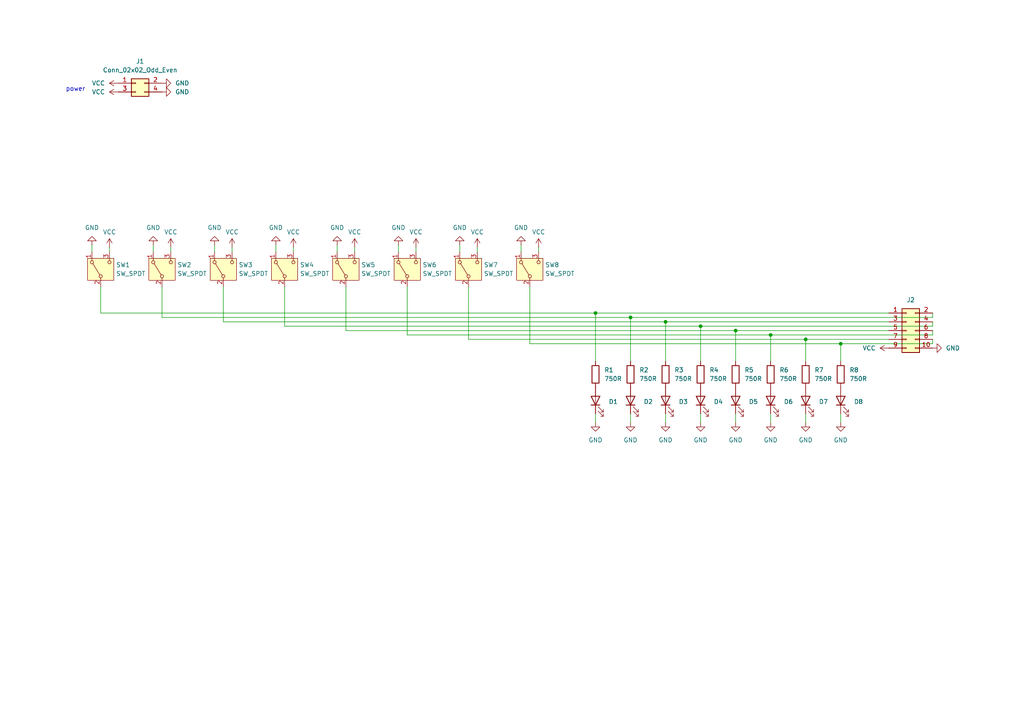
<source format=kicad_sch>
(kicad_sch (version 20230121) (generator eeschema)
  (paper "A4")
  (lib_symbols
    (symbol "Connector_Generic:Conn_02x02_Odd_Even" (pin_names (offset 1.016) hide)
      (property "Reference" "J" (at 1.27 2.54 0))
      (property "Value" "Conn_02x02_Odd_Even" (at 1.27 -5.08 0))
      (symbol "Conn_02x02_Odd_Even_1_1"
        (rectangle (start -1.27 -2.413) (end 0 -2.667) (stroke (width 0.1524)))
        (rectangle (start -1.27 0.127) (end 0 -0.127) (stroke (width 0.1524)))
        (rectangle (start -1.27 1.27) (end 3.81 -3.81) (stroke (width 0.254)) (fill (type background)))
        (rectangle (start 3.81 -2.413) (end 2.54 -2.667) (stroke (width 0.1524)))
        (rectangle (start 3.81 0.127) (end 2.54 -0.127) (stroke (width 0.1524)))
        (pin passive line (at -5.08 0 0) (length 3.81) (name "Pin_1") (number "1"))
        (pin passive line (at 7.62 0 180) (length 3.81) (name "Pin_2") (number "2"))
        (pin passive line (at -5.08 -2.54 0) (length 3.81) (name "Pin_3") (number "3"))
        (pin passive line (at 7.62 -2.54 180) (length 3.81) (name "Pin_4") (number "4"))
      )
    )
    (symbol "Connector_Generic:Conn_02x05_Odd_Even" (pin_names (offset 1.016) hide)
      (property "Reference" "J" (at 1.27 7.62 0))
      (property "Value" "Conn_02x05_Odd_Even" (at 1.27 -7.62 0))
      (symbol "Conn_02x05_Odd_Even_1_1"
        (rectangle (start -1.27 -4.953) (end 0 -5.207) (stroke (width 0.1524)))
        (rectangle (start -1.27 -2.413) (end 0 -2.667) (stroke (width 0.1524)))
        (rectangle (start -1.27 0.127) (end 0 -0.127) (stroke (width 0.1524)))
        (rectangle (start -1.27 2.667) (end 0 2.413) (stroke (width 0.1524)))
        (rectangle (start -1.27 5.207) (end 0 4.953) (stroke (width 0.1524)))
        (rectangle (start -1.27 6.35) (end 3.81 -6.35) (stroke (width 0.254)) (fill (type background)))
        (rectangle (start 3.81 -4.953) (end 2.54 -5.207) (stroke (width 0.1524)))
        (rectangle (start 3.81 -2.413) (end 2.54 -2.667) (stroke (width 0.1524)))
        (rectangle (start 3.81 0.127) (end 2.54 -0.127) (stroke (width 0.1524)))
        (rectangle (start 3.81 2.667) (end 2.54 2.413) (stroke (width 0.1524)))
        (rectangle (start 3.81 5.207) (end 2.54 4.953) (stroke (width 0.1524)))
        (pin passive line (at -5.08 5.08 0) (length 3.81) (name "Pin_1") (number "1"))
        (pin passive line (at 7.62 -5.08 180) (length 3.81) (name "Pin_10") (number "10"))
        (pin passive line (at 7.62 5.08 180) (length 3.81) (name "Pin_2") (number "2"))
        (pin passive line (at -5.08 2.54 0) (length 3.81) (name "Pin_3") (number "3"))
        (pin passive line (at 7.62 2.54 180) (length 3.81) (name "Pin_4") (number "4"))
        (pin passive line (at -5.08 0 0) (length 3.81) (name "Pin_5") (number "5"))
        (pin passive line (at 7.62 0 180) (length 3.81) (name "Pin_6") (number "6"))
        (pin passive line (at -5.08 -2.54 0) (length 3.81) (name "Pin_7") (number "7"))
        (pin passive line (at 7.62 -2.54 180) (length 3.81) (name "Pin_8") (number "8"))
        (pin passive line (at -5.08 -5.08 0) (length 3.81) (name "Pin_9") (number "9"))
      )
    )
    (symbol "Device:LED" (pin_numbers hide) (pin_names (offset 1.016) hide)
      (property "Reference" "D" (at 0 2.54 0))
      (property "Value" "LED" (at 0 -2.54 0))
      (symbol "LED_0_1"
        (polyline (pts (xy -1.27 -1.27) (xy -1.27 1.27)) (stroke (width 0.254)))
        (polyline (pts (xy -1.27 0) (xy 1.27 0)))
        (polyline (pts (xy 1.27 -1.27) (xy 1.27 1.27) (xy -1.27 0) (xy 1.27 -1.27)) (stroke (width 0.254)))
        (polyline (pts (xy -3.048 -0.762) (xy -4.572 -2.286) (xy -3.81 -2.286) (xy -4.572 -2.286) (xy -4.572 -1.524)))
        (polyline (pts (xy -1.778 -0.762) (xy -3.302 -2.286) (xy -2.54 -2.286) (xy -3.302 -2.286) (xy -3.302 -1.524)))
      )
      (symbol "LED_1_1"
        (pin passive line (at -3.81 0 0) (length 2.54) (name "K") (number "1"))
        (pin passive line (at 3.81 0 180) (length 2.54) (name "A") (number "2"))
      )
    )
    (symbol "Device:R" (pin_numbers hide) (pin_names (offset 0))
      (property "Reference" "R" (at 2.032 0 90))
      (property "Value" "R" (at 0 0 90))
      (symbol "R_0_1"
        (rectangle (start -1.016 -2.54) (end 1.016 2.54) (stroke (width 0.254)))
      )
      (symbol "R_1_1"
        (pin passive line (at 0 3.81 270) (length 1.27) (name "~") (number "1"))
        (pin passive line (at 0 -3.81 90) (length 1.27) (name "~") (number "2"))
      )
    )
    (symbol "Switch:SW_SPDT" (pin_names (offset 0) hide)
      (property "Reference" "SW" (at 0 5.08 0))
      (property "Value" "SW_SPDT" (at 0 -5.08 0))
      (symbol "SW_SPDT_0_1"
        (circle (center -2.032 0) (radius 0.4572))
        (polyline (pts (xy -1.651 0.254) (xy 1.651 2.286)))
        (circle (center 2.032 -2.54) (radius 0.4572))
        (circle (center 2.032 2.54) (radius 0.4572))
      )
      (symbol "SW_SPDT_1_1"
        (rectangle (start -3.175 3.81) (end 3.175 -3.81) (fill (type background)))
        (pin passive line (at 5.08 2.54 180) (length 2.54) (name "A") (number "1"))
        (pin passive line (at -5.08 0 0) (length 2.54) (name "B") (number "2"))
        (pin passive line (at 5.08 -2.54 180) (length 2.54) (name "C") (number "3"))
      )
    )
    (symbol "power:GND" (power) (pin_names (offset 0))
      (property "Value" "GND" (at 0 -3.81 0))
      (symbol "GND_0_1"
        (polyline (pts (xy 0 0) (xy 0 -1.27) (xy 1.27 -1.27) (xy 0 -2.54) (xy -1.27 -1.27) (xy 0 -1.27)))
      )
      (symbol "GND_1_1"
        (pin power_in line (at 0 0 270) (length 0) hide (name "GND") (number "1"))
      )
    )
    (symbol "power:VCC" (power) (pin_names (offset 0))
      (property "Value" "VCC" (at 0 3.81 0))
      (symbol "VCC_0_1"
        (polyline (pts (xy -0.762 1.27) (xy 0 2.54)))
        (polyline (pts (xy 0 0) (xy 0 2.54)))
        (polyline (pts (xy 0 2.54) (xy 0.762 1.27)))
      )
      (symbol "VCC_1_1"
        (pin power_in line (at 0 0 90) (length 0) hide (name "VCC") (number "1"))
      )
    )
  )
  (junction (at 233.68 98.425))
  (junction (at 213.36 95.885))
  (junction (at 172.72 90.805))
  (junction (at 243.84 99.695))
  (junction (at 203.2 94.615))
  (junction (at 223.52 97.155))
  (junction (at 182.88 92.075))
  (junction (at 193.04 93.345))
  (wire (pts (xy 82.55 94.615) (xy 203.2 94.615)))
  (wire (pts (xy 203.2 94.615) (xy 270.51 94.615)))
  (wire (pts (xy 270.51 94.615) (xy 270.51 93.345)))
  (wire (pts (xy 151.13 71.12) (xy 151.13 73.025)))
  (wire (pts (xy 62.23 71.12) (xy 62.23 73.025)))
  (wire (pts (xy 29.21 83.185) (xy 29.21 90.805)))
  (wire (pts (xy 118.11 97.155) (xy 223.52 97.155)))
  (wire (pts (xy 213.36 95.885) (xy 213.36 104.775)))
  (wire (pts (xy 67.31 71.755) (xy 67.31 73.025)))
  (wire (pts (xy 223.52 97.155) (xy 270.51 97.155)))
  (wire (pts (xy 46.99 92.075) (xy 182.88 92.075)))
  (wire (pts (xy 135.89 98.425) (xy 233.68 98.425)))
  (wire (pts (xy 270.51 92.075) (xy 270.51 90.805)))
  (wire (pts (xy 203.2 94.615) (xy 203.2 104.775)))
  (wire (pts (xy 153.67 83.185) (xy 153.67 99.695)))
  (wire (pts (xy 44.45 71.12) (xy 44.45 73.025)))
  (wire (pts (xy 133.35 71.12) (xy 133.35 73.025)))
  (wire (pts (xy 102.87 71.755) (xy 102.87 73.025)))
  (wire (pts (xy 172.72 90.805) (xy 172.72 104.775)))
  (wire (pts (xy 29.21 90.805) (xy 172.72 90.805)))
  (wire (pts (xy 49.53 71.755) (xy 49.53 73.025)))
  (wire (pts (xy 135.89 83.185) (xy 135.89 98.425)))
  (wire (pts (xy 64.77 83.185) (xy 64.77 93.345)))
  (wire (pts (xy 82.55 83.185) (xy 82.55 94.615)))
  (wire (pts (xy 270.51 97.155) (xy 270.51 95.885)))
  (wire (pts (xy 213.36 120.015) (xy 213.36 122.555)))
  (wire (pts (xy 233.68 98.425) (xy 257.81 98.425)))
  (wire (pts (xy 153.67 99.695) (xy 243.84 99.695)))
  (wire (pts (xy 243.84 99.695) (xy 270.51 99.695)))
  (wire (pts (xy 233.68 120.015) (xy 233.68 122.555)))
  (wire (pts (xy 31.75 71.755) (xy 31.75 73.025)))
  (wire (pts (xy 182.88 92.075) (xy 182.88 104.775)))
  (wire (pts (xy 172.72 120.015) (xy 172.72 122.555)))
  (wire (pts (xy 223.52 120.015) (xy 223.52 122.555)))
  (wire (pts (xy 193.04 93.345) (xy 257.81 93.345)))
  (wire (pts (xy 243.84 120.015) (xy 243.84 122.555)))
  (wire (pts (xy 270.51 99.695) (xy 270.51 98.425)))
  (wire (pts (xy 80.01 71.12) (xy 80.01 73.025)))
  (wire (pts (xy 203.2 120.015) (xy 203.2 122.555)))
  (wire (pts (xy 120.65 71.755) (xy 120.65 73.025)))
  (wire (pts (xy 156.21 71.755) (xy 156.21 73.025)))
  (wire (pts (xy 100.33 95.885) (xy 213.36 95.885)))
  (wire (pts (xy 172.72 90.805) (xy 257.81 90.805)))
  (wire (pts (xy 118.11 83.185) (xy 118.11 97.155)))
  (wire (pts (xy 85.09 71.755) (xy 85.09 73.025)))
  (wire (pts (xy 243.84 99.695) (xy 243.84 104.775)))
  (wire (pts (xy 213.36 95.885) (xy 257.81 95.885)))
  (wire (pts (xy 223.52 97.155) (xy 223.52 104.775)))
  (wire (pts (xy 193.04 93.345) (xy 193.04 104.775)))
  (wire (pts (xy 233.68 98.425) (xy 233.68 104.775)))
  (wire (pts (xy 182.88 92.075) (xy 270.51 92.075)))
  (wire (pts (xy 115.57 71.12) (xy 115.57 73.025)))
  (wire (pts (xy 97.79 71.12) (xy 97.79 73.025)))
  (wire (pts (xy 26.67 71.12) (xy 26.67 73.025)))
  (wire (pts (xy 182.88 120.015) (xy 182.88 122.555)))
  (wire (pts (xy 64.77 93.345) (xy 193.04 93.345)))
  (wire (pts (xy 100.33 83.185) (xy 100.33 95.885)))
  (wire (pts (xy 138.43 71.755) (xy 138.43 73.025)))
  (wire (pts (xy 46.99 83.185) (xy 46.99 92.075)))
  (wire (pts (xy 193.04 120.015) (xy 193.04 122.555)))
  (text "power" (at 19.05 26.67 0) (effects (font (size 1.27 1.27)) (justify left bottom)))
  (symbol (lib_id "Switch:SW_SPDT") (at 118.11 78.105 90) (unit 1)
    (property "Reference" "SW6" (at 122.555 76.835 90) (effects (justify right)))
    (property "Value" "SW_SPDT" (at 122.555 79.375 90) (effects (justify right)))
    (property "Footprint" "cit-switch:AST_BST_13SNCQ_SPDT_ON_OFF_ON" (effects hide))
  )
  (symbol (lib_id "power:GND") (at 44.45 71.12 180) (unit 1)
    (property "Reference" "#PWR025" (effects hide))
    (property "Value" "GND" (at 44.45 66.04 0))
  )
  (symbol (lib_id "Device:LED") (at 243.84 116.205 90) (unit 1)
    (property "Reference" "D8" (at 247.65 116.5225 90) (effects (justify right)))
    (property "Value" "151053GS03000" (effects hide))
    (property "Footprint" "LED_THT:LED_D5.0mm_Clear" (effects hide))
    (property "Datasheet" "https://www.we-online.com/components/products/datasheet/151053GS03000.pdf" (effects hide))
  )
  (symbol (lib_id "Switch:SW_SPDT") (at 135.89 78.105 90) (unit 1)
    (property "Reference" "SW7" (at 140.335 76.835 90) (effects (justify right)))
    (property "Value" "SW_SPDT" (at 140.335 79.375 90) (effects (justify right)))
    (property "Footprint" "cit-switch:AST_BST_13SNCQ_SPDT_ON_OFF_ON" (effects hide))
  )
  (symbol (lib_id "Device:R") (at 203.2 108.585 0) (unit 1)
    (property "Reference" "R4" (at 205.74 107.315 0) (effects (justify left)))
    (property "Value" "750R" (at 205.74 109.855 0) (effects (justify left)))
    (property "Footprint" "Resistor_SMD:R_0805_2012Metric_Pad1.20x1.40mm_HandSolder" (effects hide))
  )
  (symbol (lib_id "power:GND") (at 26.67 71.12 180) (unit 1)
    (property "Reference" "#PWR023" (effects hide))
    (property "Value" "GND" (at 26.67 66.04 0))
  )
  (symbol (lib_id "power:GND") (at 46.99 26.67 90) (unit 1)
    (property "Reference" "#PWR014" (effects hide))
    (property "Value" "GND" (at 50.8 26.67 90) (effects (justify right)))
  )
  (symbol (lib_id "power:VCC") (at 102.87 71.755 0) (unit 1)
    (property "Reference" "#PWR020" (effects hide))
    (property "Value" "VCC" (at 102.87 67.31 0))
  )
  (symbol (lib_id "Device:R") (at 172.72 108.585 0) (unit 1)
    (property "Reference" "R1" (at 175.26 107.315 0) (effects (justify left)))
    (property "Value" "750R" (at 175.26 109.855 0) (effects (justify left)))
    (property "Footprint" "Resistor_SMD:R_0805_2012Metric_Pad1.20x1.40mm_HandSolder" (effects hide))
  )
  (symbol (lib_id "power:GND") (at 233.68 122.555 0) (unit 1)
    (property "Reference" "#PWR011" (effects hide))
    (property "Value" "GND" (at 233.68 127.635 0))
  )
  (symbol (lib_id "power:VCC") (at 138.43 71.755 0) (unit 1)
    (property "Reference" "#PWR018" (effects hide))
    (property "Value" "VCC" (at 138.43 67.31 0))
  )
  (symbol (lib_id "Switch:SW_SPDT") (at 100.33 78.105 90) (unit 1)
    (property "Reference" "SW5" (at 104.775 76.835 90) (effects (justify right)))
    (property "Value" "SW_SPDT" (at 104.775 79.375 90) (effects (justify right)))
    (property "Footprint" "cit-switch:AST_BST_13SNCQ_SPDT_ON_OFF_ON" (effects hide))
  )
  (symbol (lib_id "power:VCC") (at 34.29 26.67 90) (unit 1)
    (property "Reference" "#PWR02" (effects hide))
    (property "Value" "VCC" (at 30.48 26.67 90) (effects (justify left)))
  )
  (symbol (lib_id "Switch:SW_SPDT") (at 29.21 78.105 90) (unit 1)
    (property "Reference" "SW1" (at 33.655 76.835 90) (effects (justify right)))
    (property "Value" "SW_SPDT" (at 33.655 79.375 90) (effects (justify right)))
    (property "Footprint" "cit-switch:AST_BST_13SNCQ_SPDT_ON_OFF_ON" (effects hide))
  )
  (symbol (lib_id "power:VCC") (at 85.09 71.755 0) (unit 1)
    (property "Reference" "#PWR030" (effects hide))
    (property "Value" "VCC" (at 85.09 67.31 0))
  )
  (symbol (lib_id "Device:LED") (at 203.2 116.205 90) (unit 1)
    (property "Reference" "D4" (at 207.01 116.5225 90) (effects (justify right)))
    (property "Value" "151053GS03000" (effects hide))
    (property "Footprint" "LED_THT:LED_D5.0mm_Clear" (effects hide))
    (property "Datasheet" "https://www.we-online.com/components/products/datasheet/151053GS03000.pdf" (effects hide))
  )
  (symbol (lib_id "power:GND") (at 46.99 24.13 90) (unit 1)
    (property "Reference" "#PWR013" (effects hide))
    (property "Value" "GND" (at 50.8 24.13 90) (effects (justify right)))
  )
  (symbol (lib_id "power:GND") (at 80.01 71.12 180) (unit 1)
    (property "Reference" "#PWR029" (effects hide))
    (property "Value" "GND" (at 80.01 66.04 0))
  )
  (symbol (lib_id "power:VCC") (at 257.81 100.965 90) (unit 1)
    (property "Reference" "#PWR03" (effects hide))
    (property "Value" "VCC" (at 254 100.965 90) (effects (justify left)))
  )
  (symbol (lib_id "power:GND") (at 172.72 122.555 0) (unit 1)
    (property "Reference" "#PWR05" (effects hide))
    (property "Value" "GND" (at 172.72 127.635 0))
  )
  (symbol (lib_id "Device:LED") (at 233.68 116.205 90) (unit 1)
    (property "Reference" "D7" (at 237.49 116.5225 90) (effects (justify right)))
    (property "Value" "151053GS03000" (effects hide))
    (property "Footprint" "LED_THT:LED_D5.0mm_Clear" (effects hide))
    (property "Datasheet" "https://www.we-online.com/components/products/datasheet/151053GS03000.pdf" (effects hide))
  )
  (symbol (lib_id "Device:LED") (at 182.88 116.205 90) (unit 1)
    (property "Reference" "D2" (at 186.69 116.5225 90) (effects (justify right)))
    (property "Value" "151053GS03000" (effects hide))
    (property "Footprint" "LED_THT:LED_D5.0mm_Clear" (effects hide))
    (property "Datasheet" "https://www.we-online.com/components/products/datasheet/151053GS03000.pdf" (effects hide))
  )
  (symbol (lib_id "power:GND") (at 151.13 71.12 180) (unit 1)
    (property "Reference" "#PWR016" (effects hide))
    (property "Value" "GND" (at 151.13 66.04 0))
  )
  (symbol (lib_id "power:GND") (at 243.84 122.555 0) (unit 1)
    (property "Reference" "#PWR012" (effects hide))
    (property "Value" "GND" (at 243.84 127.635 0))
  )
  (symbol (lib_id "Device:R") (at 213.36 108.585 0) (unit 1)
    (property "Reference" "R5" (at 215.9 107.315 0) (effects (justify left)))
    (property "Value" "750R" (at 215.9 109.855 0) (effects (justify left)))
    (property "Footprint" "Resistor_SMD:R_0805_2012Metric_Pad1.20x1.40mm_HandSolder" (effects hide))
  )
  (symbol (lib_id "power:GND") (at 133.35 71.12 180) (unit 1)
    (property "Reference" "#PWR017" (effects hide))
    (property "Value" "GND" (at 133.35 66.04 0))
  )
  (symbol (lib_id "Device:R") (at 182.88 108.585 0) (unit 1)
    (property "Reference" "R2" (at 185.42 107.315 0) (effects (justify left)))
    (property "Value" "750R" (at 185.42 109.855 0) (effects (justify left)))
    (property "Footprint" "Resistor_SMD:R_0805_2012Metric_Pad1.20x1.40mm_HandSolder" (effects hide))
  )
  (symbol (lib_id "power:VCC") (at 67.31 71.755 0) (unit 1)
    (property "Reference" "#PWR028" (effects hide))
    (property "Value" "VCC" (at 67.31 67.31 0))
  )
  (symbol (lib_id "power:GND") (at 223.52 122.555 0) (unit 1)
    (property "Reference" "#PWR010" (effects hide))
    (property "Value" "GND" (at 223.52 127.635 0))
  )
  (symbol (lib_id "Connector_Generic:Conn_02x02_Odd_Even") (at 39.37 24.13 0) (unit 1)
    (property "Reference" "J1" (at 40.64 17.78 0))
    (property "Value" "Conn_02x02_Odd_Even" (at 40.64 20.32 0))
    (property "Footprint" "Connector_PinHeader_2.54mm:PinHeader_2x02_P2.54mm_Vertical" (effects hide))
  )
  (symbol (lib_id "power:VCC") (at 34.29 24.13 90) (unit 1)
    (property "Reference" "#PWR01" (effects hide))
    (property "Value" "VCC" (at 30.48 24.13 90) (effects (justify left)))
  )
  (symbol (lib_id "Switch:SW_SPDT") (at 46.99 78.105 90) (unit 1)
    (property "Reference" "SW2" (at 51.435 76.835 90) (effects (justify right)))
    (property "Value" "SW_SPDT" (at 51.435 79.375 90) (effects (justify right)))
    (property "Footprint" "cit-switch:AST_BST_13SNCQ_SPDT_ON_OFF_ON" (effects hide))
  )
  (symbol (lib_id "Device:LED") (at 213.36 116.205 90) (unit 1)
    (property "Reference" "D5" (at 217.17 116.5225 90) (effects (justify right)))
    (property "Value" "151053GS03000" (effects hide))
    (property "Footprint" "LED_THT:LED_D5.0mm_Clear" (effects hide))
    (property "Datasheet" "https://www.we-online.com/components/products/datasheet/151053GS03000.pdf" (effects hide))
  )
  (symbol (lib_id "power:GND") (at 193.04 122.555 0) (unit 1)
    (property "Reference" "#PWR07" (effects hide))
    (property "Value" "GND" (at 193.04 127.635 0))
  )
  (symbol (lib_id "Device:LED") (at 223.52 116.205 90) (unit 1)
    (property "Reference" "D6" (at 227.33 116.5225 90) (effects (justify right)))
    (property "Value" "151053GS03000" (effects hide))
    (property "Footprint" "LED_THT:LED_D5.0mm_Clear" (effects hide))
    (property "Datasheet" "https://www.we-online.com/components/products/datasheet/151053GS03000.pdf" (effects hide))
  )
  (symbol (lib_id "power:GND") (at 203.2 122.555 0) (unit 1)
    (property "Reference" "#PWR08" (effects hide))
    (property "Value" "GND" (at 203.2 127.635 0))
  )
  (symbol (lib_id "power:VCC") (at 120.65 71.755 0) (unit 1)
    (property "Reference" "#PWR022" (effects hide))
    (property "Value" "VCC" (at 120.65 67.31 0))
  )
  (symbol (lib_id "power:GND") (at 115.57 71.12 180) (unit 1)
    (property "Reference" "#PWR021" (effects hide))
    (property "Value" "GND" (at 115.57 66.04 0))
  )
  (symbol (lib_id "Device:LED") (at 193.04 116.205 90) (unit 1)
    (property "Reference" "D3" (at 196.85 116.5225 90) (effects (justify right)))
    (property "Value" "151053GS03000" (effects hide))
    (property "Footprint" "LED_THT:LED_D5.0mm_Clear" (effects hide))
    (property "Datasheet" "https://www.we-online.com/components/products/datasheet/151053GS03000.pdf" (effects hide))
  )
  (symbol (lib_id "power:GND") (at 270.51 100.965 90) (unit 1)
    (property "Reference" "#PWR04" (effects hide))
    (property "Value" "GND" (at 274.32 100.965 90) (effects (justify right)))
  )
  (symbol (lib_id "Device:R") (at 223.52 108.585 0) (unit 1)
    (property "Reference" "R6" (at 226.06 107.315 0) (effects (justify left)))
    (property "Value" "750R" (at 226.06 109.855 0) (effects (justify left)))
    (property "Footprint" "Resistor_SMD:R_0805_2012Metric_Pad1.20x1.40mm_HandSolder" (effects hide))
  )
  (symbol (lib_id "power:VCC") (at 156.21 71.755 0) (unit 1)
    (property "Reference" "#PWR015" (effects hide))
    (property "Value" "VCC" (at 156.21 67.31 0))
  )
  (symbol (lib_id "power:VCC") (at 31.75 71.755 0) (unit 1)
    (property "Reference" "#PWR024" (effects hide))
    (property "Value" "VCC" (at 31.75 67.31 0))
  )
  (symbol (lib_id "Switch:SW_SPDT") (at 64.77 78.105 90) (unit 1)
    (property "Reference" "SW3" (at 69.215 76.835 90) (effects (justify right)))
    (property "Value" "SW_SPDT" (at 69.215 79.375 90) (effects (justify right)))
    (property "Footprint" "cit-switch:AST_BST_13SNCQ_SPDT_ON_OFF_ON" (effects hide))
  )
  (symbol (lib_id "Connector_Generic:Conn_02x05_Odd_Even") (at 262.89 95.885 0) (unit 1)
    (property "Reference" "J2" (at 264.16 86.995 0))
    (property "Value" "BHR-10-VUA" (effects hide))
    (property "Footprint" "Connector_IDC:IDC-Header_2x05_P2.54mm_Vertical" (effects hide))
    (property "Datasheet" "https://app.adam-tech.com/products/download/data_sheet/203218/bhr-xx-vua-data-sheet.pdf" (effects hide))
  )
  (symbol (lib_id "Device:R") (at 243.84 108.585 0) (unit 1)
    (property "Reference" "R8" (at 246.38 107.315 0) (effects (justify left)))
    (property "Value" "750R" (at 246.38 109.855 0) (effects (justify left)))
    (property "Footprint" "Resistor_SMD:R_0805_2012Metric_Pad1.20x1.40mm_HandSolder" (effects hide))
  )
  (symbol (lib_id "power:GND") (at 62.23 71.12 180) (unit 1)
    (property "Reference" "#PWR027" (effects hide))
    (property "Value" "GND" (at 62.23 66.04 0))
  )
  (symbol (lib_id "Switch:SW_SPDT") (at 153.67 78.105 90) (unit 1)
    (property "Reference" "SW8" (at 158.115 76.835 90) (effects (justify right)))
    (property "Value" "SW_SPDT" (at 158.115 79.375 90) (effects (justify right)))
    (property "Footprint" "cit-switch:AST_BST_13SNCQ_SPDT_ON_OFF_ON" (effects hide))
  )
  (symbol (lib_id "Device:R") (at 233.68 108.585 0) (unit 1)
    (property "Reference" "R7" (at 236.22 107.315 0) (effects (justify left)))
    (property "Value" "750R" (at 236.22 109.855 0) (effects (justify left)))
    (property "Footprint" "Resistor_SMD:R_0805_2012Metric_Pad1.20x1.40mm_HandSolder" (effects hide))
  )
  (symbol (lib_id "power:GND") (at 97.79 71.12 180) (unit 1)
    (property "Reference" "#PWR019" (effects hide))
    (property "Value" "GND" (at 97.79 66.04 0))
  )
  (symbol (lib_id "Switch:SW_SPDT") (at 82.55 78.105 90) (unit 1)
    (property "Reference" "SW4" (at 86.995 76.835 90) (effects (justify right)))
    (property "Value" "SW_SPDT" (at 86.995 79.375 90) (effects (justify right)))
    (property "Footprint" "cit-switch:AST_BST_13SNCQ_SPDT_ON_OFF_ON" (effects hide))
  )
  (symbol (lib_id "power:GND") (at 182.88 122.555 0) (unit 1)
    (property "Reference" "#PWR06" (effects hide))
    (property "Value" "GND" (at 182.88 127.635 0))
  )
  (symbol (lib_id "power:GND") (at 213.36 122.555 0) (unit 1)
    (property "Reference" "#PWR09" (effects hide))
    (property "Value" "GND" (at 213.36 127.635 0))
  )
  (symbol (lib_id "Device:LED") (at 172.72 116.205 90) (unit 1)
    (property "Reference" "D1" (at 176.53 116.5225 90) (effects (justify right)))
    (property "Value" "151053GS03000" (effects hide))
    (property "Footprint" "LED_THT:LED_D5.0mm_Clear" (effects hide))
    (property "Datasheet" "https://www.we-online.com/components/products/datasheet/151053GS03000.pdf" (effects hide))
  )
  (symbol (lib_id "Device:R") (at 193.04 108.585 0) (unit 1)
    (property "Reference" "R3" (at 195.58 107.315 0) (effects (justify left)))
    (property "Value" "750R" (at 195.58 109.855 0) (effects (justify left)))
    (property "Footprint" "Resistor_SMD:R_0805_2012Metric_Pad1.20x1.40mm_HandSolder" (effects hide))
  )
  (symbol (lib_id "power:VCC") (at 49.53 71.755 0) (unit 1)
    (property "Reference" "#PWR026" (effects hide))
    (property "Value" "VCC" (at 49.53 67.31 0))
  )
)
</source>
